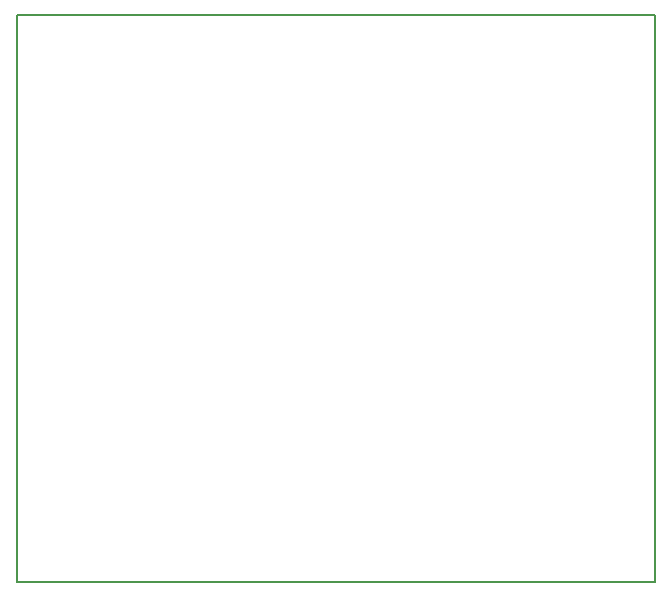
<source format=gko>
G04 #@! TF.GenerationSoftware,KiCad,Pcbnew,(5.0.1)-3*
G04 #@! TF.CreationDate,2018-10-30T14:33:32-04:00*
G04 #@! TF.ProjectId,GCEW Motor Controller MCU,47434557204D6F746F7220436F6E7472,rev?*
G04 #@! TF.SameCoordinates,Original*
G04 #@! TF.FileFunction,Profile,NP*
%FSLAX46Y46*%
G04 Gerber Fmt 4.6, Leading zero omitted, Abs format (unit mm)*
G04 Created by KiCad (PCBNEW (5.0.1)-3) date 10/30/2018 2:33:32 PM*
%MOMM*%
%LPD*%
G01*
G04 APERTURE LIST*
%ADD10C,0.150000*%
G04 APERTURE END LIST*
D10*
X192500000Y-115000000D02*
X192500000Y-99500000D01*
X138500000Y-115000000D02*
X192500000Y-115000000D01*
X138500000Y-67000000D02*
X138500000Y-115000000D01*
X192500000Y-67000000D02*
X138500000Y-67000000D01*
X192500000Y-99500000D02*
X192500000Y-67000000D01*
M02*

</source>
